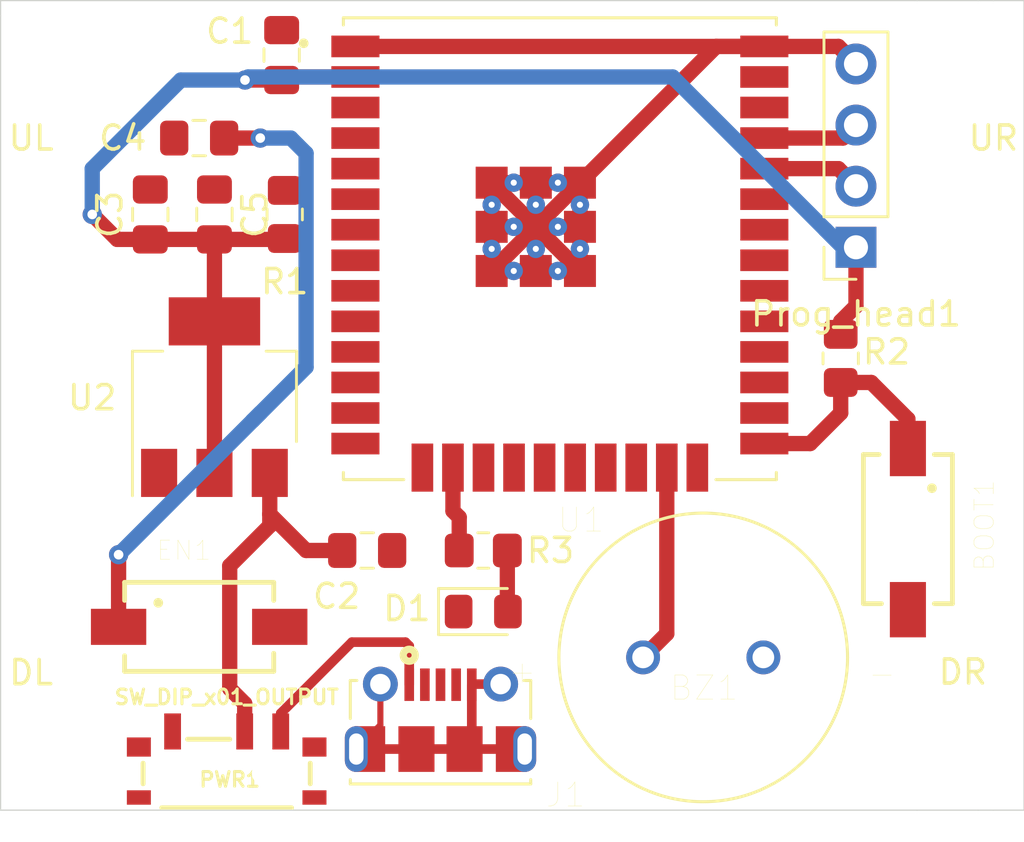
<source format=kicad_pcb>
(kicad_pcb (version 20171130) (host pcbnew "(5.1.9)-1")

  (general
    (thickness 1.6)
    (drawings 11)
    (tracks 92)
    (zones 0)
    (modules 21)
    (nets 42)
  )

  (page A4)
  (layers
    (0 F.Cu signal)
    (31 B.Cu signal)
    (32 B.Adhes user)
    (33 F.Adhes user)
    (34 B.Paste user)
    (35 F.Paste user)
    (36 B.SilkS user)
    (37 F.SilkS user)
    (38 B.Mask user)
    (39 F.Mask user)
    (40 Dwgs.User user)
    (41 Cmts.User user)
    (42 Eco1.User user)
    (43 Eco2.User user)
    (44 Edge.Cuts user)
    (45 Margin user)
    (46 B.CrtYd user)
    (47 F.CrtYd user)
    (48 B.Fab user)
    (49 F.Fab user hide)
  )

  (setup
    (last_trace_width 0.254)
    (user_trace_width 0.254)
    (user_trace_width 0.635)
    (user_trace_width 1.016)
    (trace_clearance 0.2)
    (zone_clearance 0.508)
    (zone_45_only no)
    (trace_min 0.1524)
    (via_size 0.8)
    (via_drill 0.4)
    (via_min_size 0.4)
    (via_min_drill 0.3)
    (uvia_size 0.3)
    (uvia_drill 0.1)
    (uvias_allowed no)
    (uvia_min_size 0.2)
    (uvia_min_drill 0.1)
    (edge_width 0.05)
    (segment_width 0.2)
    (pcb_text_width 0.3)
    (pcb_text_size 1.5 1.5)
    (mod_edge_width 0.12)
    (mod_text_size 1 1)
    (mod_text_width 0.15)
    (pad_size 1.524 1.524)
    (pad_drill 0.762)
    (pad_to_mask_clearance 0)
    (aux_axis_origin 0 0)
    (visible_elements 7FFFFFFF)
    (pcbplotparams
      (layerselection 0x010fc_ffffffff)
      (usegerberextensions false)
      (usegerberattributes true)
      (usegerberadvancedattributes true)
      (creategerberjobfile true)
      (excludeedgelayer true)
      (linewidth 0.100000)
      (plotframeref false)
      (viasonmask false)
      (mode 1)
      (useauxorigin false)
      (hpglpennumber 1)
      (hpglpenspeed 20)
      (hpglpendiameter 15.000000)
      (psnegative false)
      (psa4output false)
      (plotreference true)
      (plotvalue true)
      (plotinvisibletext false)
      (padsonsilk false)
      (subtractmaskfromsilk false)
      (outputformat 1)
      (mirror false)
      (drillshape 1)
      (scaleselection 1)
      (outputdirectory ""))
  )

  (net 0 "")
  (net 1 GND)
  (net 2 "Net-(BOOT1-Pad1)")
  (net 3 VDD33)
  (net 4 "Net-(C2-Pad1)")
  (net 5 "Net-(C4-Pad1)")
  (net 6 "Net-(U1-Pad17)")
  (net 7 "Net-(U1-Pad18)")
  (net 8 "Net-(U1-Pad19)")
  (net 9 "Net-(U1-Pad24)")
  (net 10 "Net-(U1-Pad22)")
  (net 11 "Net-(U1-Pad21)")
  (net 12 "Net-(U1-Pad20)")
  (net 13 "Net-(U1-Pad37)")
  (net 14 "Net-(U1-Pad36)")
  (net 15 "Net-(U1-Pad33)")
  (net 16 "Net-(U1-Pad31)")
  (net 17 "Net-(U1-Pad30)")
  (net 18 "Net-(U1-Pad29)")
  (net 19 "Net-(U1-Pad28)")
  (net 20 "Net-(U1-Pad27)")
  (net 21 "Net-(U1-Pad26)")
  (net 22 "Net-(U1-Pad4)")
  (net 23 "Net-(U1-Pad5)")
  (net 24 "Net-(U1-Pad6)")
  (net 25 "Net-(U1-Pad7)")
  (net 26 "Net-(U1-Pad8)")
  (net 27 "Net-(U1-Pad9)")
  (net 28 "Net-(U1-Pad10)")
  (net 29 "Net-(U1-Pad11)")
  (net 30 "Net-(U1-Pad12)")
  (net 31 "Net-(U1-Pad13)")
  (net 32 "Net-(BZ1-Pad1)")
  (net 33 "Net-(D1-Pad2)")
  (net 34 "Net-(R3-Pad2)")
  (net 35 "Net-(J1-Pad4)")
  (net 36 "Net-(J1-Pad3)")
  (net 37 "Net-(J1-Pad2)")
  (net 38 "Net-(J1-Pad1)")
  (net 39 "Net-(U1-Pad14)")
  (net 40 "Net-(Prog_head1-Pad3)")
  (net 41 "Net-(Prog_head1-Pad2)")

  (net_class Default "This is the default net class."
    (clearance 0.2)
    (trace_width 0.254)
    (via_dia 0.8)
    (via_drill 0.4)
    (uvia_dia 0.3)
    (uvia_drill 0.1)
    (diff_pair_width 0.254)
    (diff_pair_gap 0.25)
    (add_net GND)
    (add_net "Net-(BOOT1-Pad1)")
    (add_net "Net-(BZ1-Pad1)")
    (add_net "Net-(C2-Pad1)")
    (add_net "Net-(C4-Pad1)")
    (add_net "Net-(D1-Pad2)")
    (add_net "Net-(J1-Pad1)")
    (add_net "Net-(J1-Pad2)")
    (add_net "Net-(J1-Pad3)")
    (add_net "Net-(J1-Pad4)")
    (add_net "Net-(Prog_head1-Pad2)")
    (add_net "Net-(Prog_head1-Pad3)")
    (add_net "Net-(R3-Pad2)")
    (add_net "Net-(U1-Pad10)")
    (add_net "Net-(U1-Pad11)")
    (add_net "Net-(U1-Pad12)")
    (add_net "Net-(U1-Pad13)")
    (add_net "Net-(U1-Pad14)")
    (add_net "Net-(U1-Pad17)")
    (add_net "Net-(U1-Pad18)")
    (add_net "Net-(U1-Pad19)")
    (add_net "Net-(U1-Pad20)")
    (add_net "Net-(U1-Pad21)")
    (add_net "Net-(U1-Pad22)")
    (add_net "Net-(U1-Pad24)")
    (add_net "Net-(U1-Pad26)")
    (add_net "Net-(U1-Pad27)")
    (add_net "Net-(U1-Pad28)")
    (add_net "Net-(U1-Pad29)")
    (add_net "Net-(U1-Pad30)")
    (add_net "Net-(U1-Pad31)")
    (add_net "Net-(U1-Pad33)")
    (add_net "Net-(U1-Pad36)")
    (add_net "Net-(U1-Pad37)")
    (add_net "Net-(U1-Pad4)")
    (add_net "Net-(U1-Pad5)")
    (add_net "Net-(U1-Pad6)")
    (add_net "Net-(U1-Pad7)")
    (add_net "Net-(U1-Pad8)")
    (add_net "Net-(U1-Pad9)")
    (add_net VDD33)
  )

  (module Connector_PinSocket_2.54mm:PinSocket_1x04_P2.54mm_Vertical (layer F.Cu) (tedit 5A19A429) (tstamp 6045CF7E)
    (at 152.4 115.03 180)
    (descr "Through hole straight socket strip, 1x04, 2.54mm pitch, single row (from Kicad 4.0.7), script generated")
    (tags "Through hole socket strip THT 1x04 2.54mm single row")
    (path /60440B4B)
    (fp_text reference Prog_head1 (at 0 -2.77) (layer F.SilkS)
      (effects (font (size 1 1) (thickness 0.15)))
    )
    (fp_text value Conn_01x04 (at 0 10.39) (layer F.Fab)
      (effects (font (size 1 1) (thickness 0.15)))
    )
    (fp_line (start -1.27 -1.27) (end 0.635 -1.27) (layer F.Fab) (width 0.1))
    (fp_line (start 0.635 -1.27) (end 1.27 -0.635) (layer F.Fab) (width 0.1))
    (fp_line (start 1.27 -0.635) (end 1.27 8.89) (layer F.Fab) (width 0.1))
    (fp_line (start 1.27 8.89) (end -1.27 8.89) (layer F.Fab) (width 0.1))
    (fp_line (start -1.27 8.89) (end -1.27 -1.27) (layer F.Fab) (width 0.1))
    (fp_line (start -1.33 1.27) (end 1.33 1.27) (layer F.SilkS) (width 0.12))
    (fp_line (start -1.33 1.27) (end -1.33 8.95) (layer F.SilkS) (width 0.12))
    (fp_line (start -1.33 8.95) (end 1.33 8.95) (layer F.SilkS) (width 0.12))
    (fp_line (start 1.33 1.27) (end 1.33 8.95) (layer F.SilkS) (width 0.12))
    (fp_line (start 1.33 -1.33) (end 1.33 0) (layer F.SilkS) (width 0.12))
    (fp_line (start 0 -1.33) (end 1.33 -1.33) (layer F.SilkS) (width 0.12))
    (fp_line (start -1.8 -1.8) (end 1.75 -1.8) (layer F.CrtYd) (width 0.05))
    (fp_line (start 1.75 -1.8) (end 1.75 9.4) (layer F.CrtYd) (width 0.05))
    (fp_line (start 1.75 9.4) (end -1.8 9.4) (layer F.CrtYd) (width 0.05))
    (fp_line (start -1.8 9.4) (end -1.8 -1.8) (layer F.CrtYd) (width 0.05))
    (fp_text user %R (at 0 3.81 90) (layer F.Fab)
      (effects (font (size 1 1) (thickness 0.15)))
    )
    (pad 4 thru_hole oval (at 0 7.62 180) (size 1.7 1.7) (drill 1) (layers *.Cu *.Mask)
      (net 1 GND))
    (pad 3 thru_hole oval (at 0 5.08 180) (size 1.7 1.7) (drill 1) (layers *.Cu *.Mask)
      (net 40 "Net-(Prog_head1-Pad3)"))
    (pad 2 thru_hole oval (at 0 2.54 180) (size 1.7 1.7) (drill 1) (layers *.Cu *.Mask)
      (net 41 "Net-(Prog_head1-Pad2)"))
    (pad 1 thru_hole rect (at 0 0 180) (size 1.7 1.7) (drill 1) (layers *.Cu *.Mask)
      (net 3 VDD33))
    (model ${KISYS3DMOD}/Connector_PinSocket_2.54mm.3dshapes/PinSocket_1x04_P2.54mm_Vertical.wrl
      (at (xyz 0 0 0))
      (scale (xyz 1 1 1))
      (rotate (xyz 0 0 0))
    )
  )

  (module Capacitor_SMD:C_0805_2012Metric_Pad1.18x1.45mm_HandSolder (layer F.Cu) (tedit 5F68FEEF) (tstamp 605A3854)
    (at 125.73 113.665 270)
    (descr "Capacitor SMD 0805 (2012 Metric), square (rectangular) end terminal, IPC_7351 nominal with elongated pad for handsoldering. (Body size source: IPC-SM-782 page 76, https://www.pcb-3d.com/wordpress/wp-content/uploads/ipc-sm-782a_amendment_1_and_2.pdf, https://docs.google.com/spreadsheets/d/1BsfQQcO9C6DZCsRaXUlFlo91Tg2WpOkGARC1WS5S8t0/edit?usp=sharing), generated with kicad-footprint-generator")
    (tags "capacitor handsolder")
    (path /605AC645)
    (attr smd)
    (fp_text reference C5 (at 0 -1.68 90) (layer F.SilkS)
      (effects (font (size 1 1) (thickness 0.15)))
    )
    (fp_text value 100n (at 0 1.68 90) (layer F.Fab)
      (effects (font (size 1 1) (thickness 0.15)))
    )
    (fp_line (start 1.88 0.98) (end -1.88 0.98) (layer F.CrtYd) (width 0.05))
    (fp_line (start 1.88 -0.98) (end 1.88 0.98) (layer F.CrtYd) (width 0.05))
    (fp_line (start -1.88 -0.98) (end 1.88 -0.98) (layer F.CrtYd) (width 0.05))
    (fp_line (start -1.88 0.98) (end -1.88 -0.98) (layer F.CrtYd) (width 0.05))
    (fp_line (start -0.261252 0.735) (end 0.261252 0.735) (layer F.SilkS) (width 0.12))
    (fp_line (start -0.261252 -0.735) (end 0.261252 -0.735) (layer F.SilkS) (width 0.12))
    (fp_line (start 1 0.625) (end -1 0.625) (layer F.Fab) (width 0.1))
    (fp_line (start 1 -0.625) (end 1 0.625) (layer F.Fab) (width 0.1))
    (fp_line (start -1 -0.625) (end 1 -0.625) (layer F.Fab) (width 0.1))
    (fp_line (start -1 0.625) (end -1 -0.625) (layer F.Fab) (width 0.1))
    (fp_text user %R (at 0 0 90) (layer F.Fab)
      (effects (font (size 0.5 0.5) (thickness 0.08)))
    )
    (pad 2 smd roundrect (at 1.0375 0 270) (size 1.175 1.45) (layers F.Cu F.Paste F.Mask) (roundrect_rratio 0.212766)
      (net 3 VDD33))
    (pad 1 smd roundrect (at -1.0375 0 270) (size 1.175 1.45) (layers F.Cu F.Paste F.Mask) (roundrect_rratio 0.212766)
      (net 1 GND))
    (model ${KISYS3DMOD}/Capacitor_SMD.3dshapes/C_0805_2012Metric.wrl
      (at (xyz 0 0 0))
      (scale (xyz 1 1 1))
      (rotate (xyz 0 0 0))
    )
  )

  (module Capacitor_SMD:C_0805_2012Metric_Pad1.18x1.45mm_HandSolder (layer F.Cu) (tedit 5F68FEEF) (tstamp 605A321D)
    (at 123.063 113.665 90)
    (descr "Capacitor SMD 0805 (2012 Metric), square (rectangular) end terminal, IPC_7351 nominal with elongated pad for handsoldering. (Body size source: IPC-SM-782 page 76, https://www.pcb-3d.com/wordpress/wp-content/uploads/ipc-sm-782a_amendment_1_and_2.pdf, https://docs.google.com/spreadsheets/d/1BsfQQcO9C6DZCsRaXUlFlo91Tg2WpOkGARC1WS5S8t0/edit?usp=sharing), generated with kicad-footprint-generator")
    (tags "capacitor handsolder")
    (path /605A726B)
    (attr smd)
    (fp_text reference C3 (at 0 -1.68 90) (layer F.SilkS)
      (effects (font (size 1 1) (thickness 0.15)))
    )
    (fp_text value 10uF (at 0 1.68 90) (layer F.Fab)
      (effects (font (size 1 1) (thickness 0.15)))
    )
    (fp_line (start 1.88 0.98) (end -1.88 0.98) (layer F.CrtYd) (width 0.05))
    (fp_line (start 1.88 -0.98) (end 1.88 0.98) (layer F.CrtYd) (width 0.05))
    (fp_line (start -1.88 -0.98) (end 1.88 -0.98) (layer F.CrtYd) (width 0.05))
    (fp_line (start -1.88 0.98) (end -1.88 -0.98) (layer F.CrtYd) (width 0.05))
    (fp_line (start -0.261252 0.735) (end 0.261252 0.735) (layer F.SilkS) (width 0.12))
    (fp_line (start -0.261252 -0.735) (end 0.261252 -0.735) (layer F.SilkS) (width 0.12))
    (fp_line (start 1 0.625) (end -1 0.625) (layer F.Fab) (width 0.1))
    (fp_line (start 1 -0.625) (end 1 0.625) (layer F.Fab) (width 0.1))
    (fp_line (start -1 -0.625) (end 1 -0.625) (layer F.Fab) (width 0.1))
    (fp_line (start -1 0.625) (end -1 -0.625) (layer F.Fab) (width 0.1))
    (fp_text user %R (at 0 0 90) (layer F.Fab)
      (effects (font (size 0.5 0.5) (thickness 0.08)))
    )
    (pad 2 smd roundrect (at 1.0375 0 90) (size 1.175 1.45) (layers F.Cu F.Paste F.Mask) (roundrect_rratio 0.212766)
      (net 1 GND))
    (pad 1 smd roundrect (at -1.0375 0 90) (size 1.175 1.45) (layers F.Cu F.Paste F.Mask) (roundrect_rratio 0.212766)
      (net 3 VDD33))
    (model ${KISYS3DMOD}/Capacitor_SMD.3dshapes/C_0805_2012Metric.wrl
      (at (xyz 0 0 0))
      (scale (xyz 1 1 1))
      (rotate (xyz 0 0 0))
    )
  )

  (module sparkfun:SWITCH_SPST_SMD_A (layer F.Cu) (tedit 200000) (tstamp 6051B57D)
    (at 126.238 136.906 180)
    (descr "SPDT SLIDE SWITCH - SMD")
    (tags "SPDT SLIDE SWITCH - SMD")
    (path /6044F04F)
    (attr smd)
    (fp_text reference PWR1 (at -0.127 -0.254 180) (layer F.SilkS)
      (effects (font (size 0.6096 0.6096) (thickness 0.127)))
    )
    (fp_text value SW_DIP_x01_OUTPUT (at 0 3.175 180) (layer F.SilkS)
      (effects (font (size 0.6096 0.6096) (thickness 0.127)))
    )
    (fp_line (start 1.6256 1.42494) (end -0.127 1.42494) (layer F.SilkS) (width 0.2032))
    (fp_line (start 2.69748 -1.42494) (end -2.69748 -1.42494) (layer F.SilkS) (width 0.2032))
    (fp_line (start 3.47472 -0.42672) (end 3.47472 0.42672) (layer F.SilkS) (width 0.2032))
    (fp_line (start -3.47472 -0.42672) (end -3.47472 0.42672) (layer F.SilkS) (width 0.2032))
    (fp_line (start -1.39954 -2.79908) (end -1.39954 -1.29794) (layer Dwgs.User) (width 0.127))
    (fp_line (start -0.09906 -2.79908) (end -1.39954 -2.79908) (layer Dwgs.User) (width 0.127))
    (fp_line (start -0.09906 -1.29794) (end -0.09906 -2.79908) (layer Dwgs.User) (width 0.127))
    (fp_line (start -1.39954 -1.29794) (end -3.34772 -1.29794) (layer Dwgs.User) (width 0.127))
    (fp_line (start -0.09906 -1.29794) (end -1.39954 -1.29794) (layer Dwgs.User) (width 0.127))
    (fp_line (start 3.34772 -1.29794) (end -0.09906 -1.29794) (layer Dwgs.User) (width 0.127))
    (fp_line (start 3.34772 1.29794) (end 3.34772 -1.29794) (layer Dwgs.User) (width 0.127))
    (fp_line (start -3.34772 1.29794) (end 3.34772 1.29794) (layer Dwgs.User) (width 0.127))
    (fp_line (start -3.34772 -1.29794) (end -3.34772 1.29794) (layer Dwgs.User) (width 0.127))
    (pad "" np_thru_hole circle (at 1.4986 0 180) (size 0.89916 0.89916) (drill 0.89916) (layers *.Cu *.Mask)
      (solder_mask_margin 0.1016))
    (pad "" np_thru_hole circle (at -1.4986 0 180) (size 0.89916 0.89916) (drill 0.89916) (layers *.Cu *.Mask)
      (solder_mask_margin 0.1016))
    (pad GND4 smd rect (at 3.64998 1.09982 180) (size 0.99822 0.79756) (layers F.Cu F.Paste F.Mask)
      (solder_mask_margin 0.1016))
    (pad GND3 smd rect (at 3.64998 -0.99822 180) (size 0.99822 0.59944) (layers F.Cu F.Paste F.Mask)
      (solder_mask_margin 0.1016))
    (pad GND2 smd rect (at -3.64998 1.09982 180) (size 0.99822 0.79756) (layers F.Cu F.Paste F.Mask)
      (solder_mask_margin 0.1016))
    (pad GND1 smd rect (at -3.64998 -0.99822 180) (size 0.99822 0.59944) (layers F.Cu F.Paste F.Mask)
      (solder_mask_margin 0.1016))
    (pad 3 smd rect (at 2.2479 1.74752) (size 0.6985 1.4986) (layers F.Cu F.Paste F.Mask)
      (solder_mask_margin 0.1016))
    (pad 2 smd rect (at -0.7493 1.74752) (size 0.6985 1.4986) (layers F.Cu F.Paste F.Mask)
      (net 4 "Net-(C2-Pad1)") (solder_mask_margin 0.1016))
    (pad 1 smd rect (at -2.2479 1.74752) (size 0.6985 1.4986) (layers F.Cu F.Paste F.Mask)
      (net 38 "Net-(J1-Pad1)") (solder_mask_margin 0.1016))
  )

  (module 105017-1001:MOLEX_105017-1001 (layer F.Cu) (tedit 6057A47A) (tstamp 60585457)
    (at 135.128 135.89)
    (path /6058A93D)
    (fp_text reference J1 (at 5.207 1.905) (layer F.SilkS)
      (effects (font (size 1.000913 1.000913) (thickness 0.015)))
    )
    (fp_text value 105017-1001 (at 6.55666 3.12053) (layer F.Fab)
      (effects (font (size 1.00178 1.00178) (thickness 0.015)))
    )
    (fp_poly (pts (xy 3.5 -1.05) (xy 2.2 -1.05) (xy 2.2 1.05) (xy 3.5 1.05)
      (xy 3.530093 1.049212) (xy 3.560104 1.04685) (xy 3.58995 1.042921) (xy 3.619549 1.037435)
      (xy 3.648821 1.030407) (xy 3.677685 1.021857) (xy 3.706062 1.011809) (xy 3.733874 1.000289)
      (xy 3.761045 0.987329) (xy 3.7875 0.972965) (xy 3.813167 0.957236) (xy 3.837977 0.940185)
      (xy 3.861859 0.921859) (xy 3.88475 0.902308) (xy 3.906586 0.881586) (xy 3.927308 0.85975)
      (xy 3.946859 0.836859) (xy 3.965185 0.812977) (xy 3.982236 0.788167) (xy 3.997965 0.7625)
      (xy 4.012329 0.736045) (xy 4.025289 0.708874) (xy 4.036809 0.681062) (xy 4.046857 0.652685)
      (xy 4.055407 0.623821) (xy 4.062435 0.594549) (xy 4.067921 0.56495) (xy 4.07185 0.535104)
      (xy 4.074212 0.505093) (xy 4.075 0.475) (xy 4.075 -0.475) (xy 4.074212 -0.505093)
      (xy 4.07185 -0.535104) (xy 4.067921 -0.56495) (xy 4.062435 -0.594549) (xy 4.055407 -0.623821)
      (xy 4.046857 -0.652685) (xy 4.036809 -0.681062) (xy 4.025289 -0.708874) (xy 4.012329 -0.736045)
      (xy 3.997965 -0.7625) (xy 3.982236 -0.788167) (xy 3.965185 -0.812977) (xy 3.946859 -0.836859)
      (xy 3.927308 -0.85975) (xy 3.906586 -0.881586) (xy 3.88475 -0.902308) (xy 3.861859 -0.921859)
      (xy 3.837977 -0.940185) (xy 3.813167 -0.957236) (xy 3.7875 -0.972965) (xy 3.761045 -0.987329)
      (xy 3.733874 -1.000289) (xy 3.706062 -1.011809) (xy 3.677685 -1.021857) (xy 3.648821 -1.030407)
      (xy 3.619549 -1.037435) (xy 3.58995 -1.042921) (xy 3.560104 -1.04685) (xy 3.530093 -1.049212)
      (xy 3.5 -1.05)) (layer F.Mask) (width 0.0001))
    (fp_poly (pts (xy -3.5 -1.05) (xy -2.2 -1.05) (xy -2.2 1.05) (xy -3.5 1.05)
      (xy -3.530093 1.049212) (xy -3.560104 1.04685) (xy -3.58995 1.042921) (xy -3.619549 1.037435)
      (xy -3.648821 1.030407) (xy -3.677685 1.021857) (xy -3.706062 1.011809) (xy -3.733874 1.000289)
      (xy -3.761045 0.987329) (xy -3.7875 0.972965) (xy -3.813167 0.957236) (xy -3.837977 0.940185)
      (xy -3.861859 0.921859) (xy -3.88475 0.902308) (xy -3.906586 0.881586) (xy -3.927308 0.85975)
      (xy -3.946859 0.836859) (xy -3.965185 0.812977) (xy -3.982236 0.788167) (xy -3.997965 0.7625)
      (xy -4.012329 0.736045) (xy -4.025289 0.708874) (xy -4.036809 0.681062) (xy -4.046857 0.652685)
      (xy -4.055407 0.623821) (xy -4.062435 0.594549) (xy -4.067921 0.56495) (xy -4.07185 0.535104)
      (xy -4.074212 0.505093) (xy -4.075 0.475) (xy -4.075 -0.475) (xy -4.074212 -0.505093)
      (xy -4.07185 -0.535104) (xy -4.067921 -0.56495) (xy -4.062435 -0.594549) (xy -4.055407 -0.623821)
      (xy -4.046857 -0.652685) (xy -4.036809 -0.681062) (xy -4.025289 -0.708874) (xy -4.012329 -0.736045)
      (xy -3.997965 -0.7625) (xy -3.982236 -0.788167) (xy -3.965185 -0.812977) (xy -3.946859 -0.836859)
      (xy -3.927308 -0.85975) (xy -3.906586 -0.881586) (xy -3.88475 -0.902308) (xy -3.861859 -0.921859)
      (xy -3.837977 -0.940185) (xy -3.813167 -0.957236) (xy -3.7875 -0.972965) (xy -3.761045 -0.987329)
      (xy -3.733874 -1.000289) (xy -3.706062 -1.011809) (xy -3.677685 -1.021857) (xy -3.648821 -1.030407)
      (xy -3.619549 -1.037435) (xy -3.58995 -1.042921) (xy -3.560104 -1.04685) (xy -3.530093 -1.049212)
      (xy -3.5 -1.05)) (layer F.Mask) (width 0.0001))
    (fp_line (start 3.75 1.45) (end 3.75 1.27) (layer F.SilkS) (width 0.127))
    (fp_line (start -3.75 1.45) (end 3.75 1.45) (layer F.SilkS) (width 0.127))
    (fp_line (start -3.75 1.27) (end -3.75 1.45) (layer F.SilkS) (width 0.127))
    (fp_circle (center -1.3 -3.9) (end -1.2 -3.9) (layer F.SilkS) (width 0.3))
    (fp_circle (center -1.3 -3.9) (end -1.2 -3.9) (layer F.Fab) (width 0.3))
    (fp_poly (pts (xy 3.5 -0.95) (xy 2.3 -0.95) (xy 2.3 0.95) (xy 3.5 0.95)
      (xy 3.52486 0.949349) (xy 3.549651 0.947398) (xy 3.574306 0.944152) (xy 3.598758 0.93962)
      (xy 3.622939 0.933815) (xy 3.646783 0.926752) (xy 3.670225 0.918451) (xy 3.6932 0.908934)
      (xy 3.715645 0.898228) (xy 3.7375 0.886362) (xy 3.758704 0.873369) (xy 3.779198 0.859283)
      (xy 3.798927 0.844144) (xy 3.817837 0.827994) (xy 3.835876 0.810876) (xy 3.852994 0.792837)
      (xy 3.869144 0.773927) (xy 3.884283 0.754198) (xy 3.898369 0.733704) (xy 3.911362 0.7125)
      (xy 3.923228 0.690645) (xy 3.933934 0.6682) (xy 3.943451 0.645225) (xy 3.951752 0.621783)
      (xy 3.958815 0.597939) (xy 3.96462 0.573758) (xy 3.969152 0.549306) (xy 3.972398 0.524651)
      (xy 3.974349 0.49986) (xy 3.975 0.475) (xy 3.975 -0.475) (xy 3.974349 -0.49986)
      (xy 3.972398 -0.524651) (xy 3.969152 -0.549306) (xy 3.96462 -0.573758) (xy 3.958815 -0.597939)
      (xy 3.951752 -0.621783) (xy 3.943451 -0.645225) (xy 3.933934 -0.6682) (xy 3.923228 -0.690645)
      (xy 3.911362 -0.7125) (xy 3.898369 -0.733704) (xy 3.884283 -0.754198) (xy 3.869144 -0.773927)
      (xy 3.852994 -0.792837) (xy 3.835876 -0.810876) (xy 3.817837 -0.827994) (xy 3.798927 -0.844144)
      (xy 3.779198 -0.859283) (xy 3.758704 -0.873369) (xy 3.7375 -0.886362) (xy 3.715645 -0.898228)
      (xy 3.6932 -0.908934) (xy 3.670225 -0.918451) (xy 3.646783 -0.926752) (xy 3.622939 -0.933815)
      (xy 3.598758 -0.93962) (xy 3.574306 -0.944152) (xy 3.549651 -0.947398) (xy 3.52486 -0.949349)
      (xy 3.5 -0.95)) (layer F.Paste) (width 0.0001))
    (fp_poly (pts (xy 3.5 -0.95) (xy 2.3 -0.95) (xy 2.3 0.95) (xy 3.5 0.95)
      (xy 3.52486 0.949349) (xy 3.549651 0.947398) (xy 3.574306 0.944152) (xy 3.598758 0.93962)
      (xy 3.622939 0.933815) (xy 3.646783 0.926752) (xy 3.670225 0.918451) (xy 3.6932 0.908934)
      (xy 3.715645 0.898228) (xy 3.7375 0.886362) (xy 3.758704 0.873369) (xy 3.779198 0.859283)
      (xy 3.798927 0.844144) (xy 3.817837 0.827994) (xy 3.835876 0.810876) (xy 3.852994 0.792837)
      (xy 3.869144 0.773927) (xy 3.884283 0.754198) (xy 3.898369 0.733704) (xy 3.911362 0.7125)
      (xy 3.923228 0.690645) (xy 3.933934 0.6682) (xy 3.943451 0.645225) (xy 3.951752 0.621783)
      (xy 3.958815 0.597939) (xy 3.96462 0.573758) (xy 3.969152 0.549306) (xy 3.972398 0.524651)
      (xy 3.974349 0.49986) (xy 3.975 0.475) (xy 3.975 -0.475) (xy 3.974349 -0.49986)
      (xy 3.972398 -0.524651) (xy 3.969152 -0.549306) (xy 3.96462 -0.573758) (xy 3.958815 -0.597939)
      (xy 3.951752 -0.621783) (xy 3.943451 -0.645225) (xy 3.933934 -0.6682) (xy 3.923228 -0.690645)
      (xy 3.911362 -0.7125) (xy 3.898369 -0.733704) (xy 3.884283 -0.754198) (xy 3.869144 -0.773927)
      (xy 3.852994 -0.792837) (xy 3.835876 -0.810876) (xy 3.817837 -0.827994) (xy 3.798927 -0.844144)
      (xy 3.779198 -0.859283) (xy 3.758704 -0.873369) (xy 3.7375 -0.886362) (xy 3.715645 -0.898228)
      (xy 3.6932 -0.908934) (xy 3.670225 -0.918451) (xy 3.646783 -0.926752) (xy 3.622939 -0.933815)
      (xy 3.598758 -0.93962) (xy 3.574306 -0.944152) (xy 3.549651 -0.947398) (xy 3.52486 -0.949349)
      (xy 3.5 -0.95)) (layer F.Cu) (width 0.0001))
    (fp_poly (pts (xy -3.5 -0.95) (xy -2.3 -0.95) (xy -2.3 0.95) (xy -3.5 0.95)
      (xy -3.52486 0.949349) (xy -3.549651 0.947398) (xy -3.574306 0.944152) (xy -3.598758 0.93962)
      (xy -3.622939 0.933815) (xy -3.646783 0.926752) (xy -3.670225 0.918451) (xy -3.6932 0.908934)
      (xy -3.715645 0.898228) (xy -3.7375 0.886362) (xy -3.758704 0.873369) (xy -3.779198 0.859283)
      (xy -3.798927 0.844144) (xy -3.817837 0.827994) (xy -3.835876 0.810876) (xy -3.852994 0.792837)
      (xy -3.869144 0.773927) (xy -3.884283 0.754198) (xy -3.898369 0.733704) (xy -3.911362 0.7125)
      (xy -3.923228 0.690645) (xy -3.933934 0.6682) (xy -3.943451 0.645225) (xy -3.951752 0.621783)
      (xy -3.958815 0.597939) (xy -3.96462 0.573758) (xy -3.969152 0.549306) (xy -3.972398 0.524651)
      (xy -3.974349 0.49986) (xy -3.975 0.475) (xy -3.975 -0.475) (xy -3.974349 -0.49986)
      (xy -3.972398 -0.524651) (xy -3.969152 -0.549306) (xy -3.96462 -0.573758) (xy -3.958815 -0.597939)
      (xy -3.951752 -0.621783) (xy -3.943451 -0.645225) (xy -3.933934 -0.6682) (xy -3.923228 -0.690645)
      (xy -3.911362 -0.7125) (xy -3.898369 -0.733704) (xy -3.884283 -0.754198) (xy -3.869144 -0.773927)
      (xy -3.852994 -0.792837) (xy -3.835876 -0.810876) (xy -3.817837 -0.827994) (xy -3.798927 -0.844144)
      (xy -3.779198 -0.859283) (xy -3.758704 -0.873369) (xy -3.7375 -0.886362) (xy -3.715645 -0.898228)
      (xy -3.6932 -0.908934) (xy -3.670225 -0.918451) (xy -3.646783 -0.926752) (xy -3.622939 -0.933815)
      (xy -3.598758 -0.93962) (xy -3.574306 -0.944152) (xy -3.549651 -0.947398) (xy -3.52486 -0.949349)
      (xy -3.5 -0.95)) (layer F.Paste) (width 0.0001))
    (fp_poly (pts (xy -3.5 -0.95) (xy -2.3 -0.95) (xy -2.3 0.95) (xy -3.5 0.95)
      (xy -3.52486 0.949349) (xy -3.549651 0.947398) (xy -3.574306 0.944152) (xy -3.598758 0.93962)
      (xy -3.622939 0.933815) (xy -3.646783 0.926752) (xy -3.670225 0.918451) (xy -3.6932 0.908934)
      (xy -3.715645 0.898228) (xy -3.7375 0.886362) (xy -3.758704 0.873369) (xy -3.779198 0.859283)
      (xy -3.798927 0.844144) (xy -3.817837 0.827994) (xy -3.835876 0.810876) (xy -3.852994 0.792837)
      (xy -3.869144 0.773927) (xy -3.884283 0.754198) (xy -3.898369 0.733704) (xy -3.911362 0.7125)
      (xy -3.923228 0.690645) (xy -3.933934 0.6682) (xy -3.943451 0.645225) (xy -3.951752 0.621783)
      (xy -3.958815 0.597939) (xy -3.96462 0.573758) (xy -3.969152 0.549306) (xy -3.972398 0.524651)
      (xy -3.974349 0.49986) (xy -3.975 0.475) (xy -3.975 -0.475) (xy -3.974349 -0.49986)
      (xy -3.972398 -0.524651) (xy -3.969152 -0.549306) (xy -3.96462 -0.573758) (xy -3.958815 -0.597939)
      (xy -3.951752 -0.621783) (xy -3.943451 -0.645225) (xy -3.933934 -0.6682) (xy -3.923228 -0.690645)
      (xy -3.911362 -0.7125) (xy -3.898369 -0.733704) (xy -3.884283 -0.754198) (xy -3.869144 -0.773927)
      (xy -3.852994 -0.792837) (xy -3.835876 -0.810876) (xy -3.817837 -0.827994) (xy -3.798927 -0.844144)
      (xy -3.779198 -0.859283) (xy -3.758704 -0.873369) (xy -3.7375 -0.886362) (xy -3.715645 -0.898228)
      (xy -3.6932 -0.908934) (xy -3.670225 -0.918451) (xy -3.646783 -0.926752) (xy -3.622939 -0.933815)
      (xy -3.598758 -0.93962) (xy -3.574306 -0.944152) (xy -3.549651 -0.947398) (xy -3.52486 -0.949349)
      (xy -3.5 -0.95)) (layer F.Cu) (width 0.0001))
    (fp_line (start 4.225 -3.675) (end -4.225 -3.675) (layer F.CrtYd) (width 0.05))
    (fp_line (start 4.225 2.4) (end 4.225 -3.675) (layer F.CrtYd) (width 0.05))
    (fp_line (start -4.225 2.4) (end 4.225 2.4) (layer F.CrtYd) (width 0.05))
    (fp_line (start -4.225 -3.675) (end -4.225 2.4) (layer F.CrtYd) (width 0.05))
    (fp_line (start 3.75 -2.85) (end 3.479 -2.85) (layer F.SilkS) (width 0.127))
    (fp_line (start 3.75 -1.27) (end 3.75 -2.85) (layer F.SilkS) (width 0.127))
    (fp_line (start -3.75 -2.85) (end -3.479 -2.85) (layer F.SilkS) (width 0.127))
    (fp_line (start -3.75 -1.27) (end -3.75 -2.85) (layer F.SilkS) (width 0.127))
    (fp_line (start -3.75 1.45) (end 8.55 1.45) (layer F.Fab) (width 0.127))
    (fp_line (start -3.75 1.45) (end -3.75 -2.85) (layer F.Fab) (width 0.127))
    (fp_line (start -3.75 2.15) (end -3.75 1.45) (layer F.Fab) (width 0.127))
    (fp_line (start 3.75 2.15) (end -3.75 2.15) (layer F.Fab) (width 0.127))
    (fp_line (start 3.75 -2.85) (end 3.75 2.15) (layer F.Fab) (width 0.127))
    (fp_line (start -3.75 -2.85) (end 3.75 -2.85) (layer F.Fab) (width 0.127))
    (fp_text user PCB~EDGE (at 4.25346 2.25183) (layer F.Fab)
      (effects (font (size 0.472824 0.472824) (thickness 0.015)))
    )
    (pad 5 smd rect (at 1.3 -2.675) (size 0.4 1.35) (layers F.Cu F.Paste F.Mask)
      (net 1 GND))
    (pad 4 smd rect (at 0.65 -2.675) (size 0.4 1.35) (layers F.Cu F.Paste F.Mask)
      (net 35 "Net-(J1-Pad4)"))
    (pad 3 smd rect (at 0 -2.675) (size 0.4 1.35) (layers F.Cu F.Paste F.Mask)
      (net 36 "Net-(J1-Pad3)"))
    (pad 2 smd rect (at -0.65 -2.675) (size 0.4 1.35) (layers F.Cu F.Paste F.Mask)
      (net 37 "Net-(J1-Pad2)"))
    (pad 1 smd rect (at -1.3 -2.675) (size 0.4 1.35) (layers F.Cu F.Paste F.Mask)
      (net 38 "Net-(J1-Pad1)"))
    (pad S4 thru_hole circle (at 2.5 -2.7) (size 1.45 1.45) (drill 0.85) (layers *.Cu *.Mask)
      (net 1 GND))
    (pad S3 thru_hole circle (at -2.5 -2.7) (size 1.45 1.45) (drill 0.85) (layers *.Cu *.Mask)
      (net 1 GND))
    (pad S6 smd rect (at 1 0) (size 1.5 1.9) (layers F.Cu F.Paste F.Mask)
      (net 1 GND))
    (pad S5 smd rect (at -1 0) (size 1.5 1.9) (layers F.Cu F.Paste F.Mask)
      (net 1 GND))
    (pad S2 thru_hole oval (at 3.5 0) (size 0.95 1.9) (drill oval 0.6 1.3) (layers *.Cu)
      (net 1 GND))
    (pad S1 thru_hole oval (at -3.5 0) (size 0.95 1.9) (drill oval 0.6 1.3) (layers *.Cu)
      (net 1 GND))
  )

  (module 434111043826:434111043826 (layer F.Cu) (tedit 605798B9) (tstamp 6051B337)
    (at 125.095 130.81)
    (descr "<B>WS-TASV</B><BR>6x3.5 mm SMD Tact Switch, 2 pins")
    (path /6044544A)
    (fp_text reference EN1 (at -0.635 -3.175) (layer F.SilkS)
      (effects (font (size 0.8 0.8) (thickness 0.015)))
    )
    (fp_text value SW_DIP_x01 (at 3.0404 2.769) (layer F.Fab)
      (effects (font (size 0.8 0.8) (thickness 0.015)))
    )
    (fp_circle (center -1.7 -1) (end -1.6 -1) (layer F.SilkS) (width 0.2))
    (fp_poly (pts (xy -4.7 -2.05) (xy 4.7 -2.05) (xy 4.7 2.05) (xy -4.7 2.05)) (layer F.CrtYd) (width 0.1))
    (fp_line (start 3.1 1.85) (end 3.1 1.1) (layer F.SilkS) (width 0.2))
    (fp_line (start -3.1 1.85) (end 3.1 1.85) (layer F.SilkS) (width 0.2))
    (fp_line (start -3.1 1.2) (end -3.1 1.85) (layer F.SilkS) (width 0.2))
    (fp_line (start 3.1 -1.85) (end 3.1 -1.1) (layer F.SilkS) (width 0.2))
    (fp_line (start -3.1 -1.85) (end 3.1 -1.85) (layer F.SilkS) (width 0.2))
    (fp_line (start -3.1 -1.1) (end -3.1 -1.85) (layer F.SilkS) (width 0.2))
    (fp_line (start -3 -1.75) (end -3 1.75) (layer F.Fab) (width 0.1))
    (fp_line (start 3 -1.75) (end -3 -1.75) (layer F.Fab) (width 0.1))
    (fp_line (start 3 1.75) (end 3 -1.75) (layer F.Fab) (width 0.1))
    (fp_line (start -3 1.75) (end 3 1.75) (layer F.Fab) (width 0.1))
    (pad 2 smd rect (at 3.35 0) (size 2.3 1.5) (layers F.Cu F.Paste F.Mask)
      (net 1 GND))
    (pad 1 smd rect (at -3.35 0) (size 2.3 1.5) (layers F.Cu F.Paste F.Mask)
      (net 5 "Net-(C4-Pad1)"))
  )

  (module 434111043826:434111043826 (layer F.Cu) (tedit 605798B9) (tstamp 6058C6A0)
    (at 154.559 126.746 270)
    (descr "<B>WS-TASV</B><BR>6x3.5 mm SMD Tact Switch, 2 pins")
    (path /60452495)
    (fp_text reference BOOT1 (at -0.1556 -3.1769 90) (layer F.SilkS)
      (effects (font (size 0.8 0.8) (thickness 0.015)))
    )
    (fp_text value SW_DIP_x01 (at 3.0404 2.769 90) (layer F.Fab)
      (effects (font (size 0.8 0.8) (thickness 0.015)))
    )
    (fp_line (start -3 1.75) (end 3 1.75) (layer F.Fab) (width 0.1))
    (fp_line (start 3 1.75) (end 3 -1.75) (layer F.Fab) (width 0.1))
    (fp_line (start 3 -1.75) (end -3 -1.75) (layer F.Fab) (width 0.1))
    (fp_line (start -3 -1.75) (end -3 1.75) (layer F.Fab) (width 0.1))
    (fp_line (start -3.1 -1.1) (end -3.1 -1.85) (layer F.SilkS) (width 0.2))
    (fp_line (start -3.1 -1.85) (end 3.1 -1.85) (layer F.SilkS) (width 0.2))
    (fp_line (start 3.1 -1.85) (end 3.1 -1.1) (layer F.SilkS) (width 0.2))
    (fp_line (start -3.1 1.2) (end -3.1 1.85) (layer F.SilkS) (width 0.2))
    (fp_line (start -3.1 1.85) (end 3.1 1.85) (layer F.SilkS) (width 0.2))
    (fp_line (start 3.1 1.85) (end 3.1 1.1) (layer F.SilkS) (width 0.2))
    (fp_poly (pts (xy -4.7 -2.05) (xy 4.7 -2.05) (xy 4.7 2.05) (xy -4.7 2.05)) (layer F.CrtYd) (width 0.1))
    (fp_circle (center -1.7 -1) (end -1.6 -1) (layer F.SilkS) (width 0.2))
    (pad 1 smd rect (at -3.35 0 270) (size 2.3 1.5) (layers F.Cu F.Paste F.Mask)
      (net 2 "Net-(BOOT1-Pad1)"))
    (pad 2 smd rect (at 3.35 0 270) (size 2.3 1.5) (layers F.Cu F.Paste F.Mask)
      (net 1 GND))
  )

  (module MountingHole:MountingHole_2.1mm (layer F.Cu) (tedit 5B924765) (tstamp 605328AA)
    (at 156.845 135.89)
    (descr "Mounting Hole 2.1mm, no annular")
    (tags "mounting hole 2.1mm no annular")
    (attr virtual)
    (fp_text reference DR (at 0 -3.2) (layer F.SilkS)
      (effects (font (size 1 1) (thickness 0.15)))
    )
    (fp_text value MountingHole_2.1mm (at 0 3.2) (layer F.Fab)
      (effects (font (size 1 1) (thickness 0.15)))
    )
    (fp_circle (center 0 0) (end 2.1 0) (layer Cmts.User) (width 0.15))
    (fp_circle (center 0 0) (end 2.35 0) (layer F.CrtYd) (width 0.05))
    (fp_text user %R (at 0.3 0) (layer F.Fab)
      (effects (font (size 1 1) (thickness 0.15)))
    )
    (pad "" np_thru_hole circle (at 0 0) (size 2.1 2.1) (drill 2.1) (layers *.Cu *.Mask))
  )

  (module MountingHole:MountingHole_2.1mm (layer F.Cu) (tedit 5B924765) (tstamp 60532886)
    (at 119.38 107.315)
    (descr "Mounting Hole 2.1mm, no annular")
    (tags "mounting hole 2.1mm no annular")
    (attr virtual)
    (fp_text reference UL (at -1.27 3.175) (layer F.SilkS)
      (effects (font (size 1 1) (thickness 0.15)))
    )
    (fp_text value MountingHole_2.1mm (at 0 3.2) (layer F.Fab)
      (effects (font (size 1 1) (thickness 0.15)))
    )
    (fp_circle (center 0 0) (end 2.35 0) (layer F.CrtYd) (width 0.05))
    (fp_circle (center 0 0) (end 2.1 0) (layer Cmts.User) (width 0.15))
    (fp_text user %R (at 0.3 0) (layer F.Fab)
      (effects (font (size 1 1) (thickness 0.15)))
    )
    (pad "" np_thru_hole circle (at 0 0) (size 2.1 2.1) (drill 2.1) (layers *.Cu *.Mask))
  )

  (module MountingHole:MountingHole_2.1mm (layer F.Cu) (tedit 5B924765) (tstamp 60532862)
    (at 156.845 107.315)
    (descr "Mounting Hole 2.1mm, no annular")
    (tags "mounting hole 2.1mm no annular")
    (attr virtual)
    (fp_text reference UR (at 1.27 3.175) (layer F.SilkS)
      (effects (font (size 1 1) (thickness 0.15)))
    )
    (fp_text value MountingHole_2.1mm (at 0 3.2) (layer F.Fab)
      (effects (font (size 1 1) (thickness 0.15)))
    )
    (fp_circle (center 0 0) (end 2.35 0) (layer F.CrtYd) (width 0.05))
    (fp_circle (center 0 0) (end 2.1 0) (layer Cmts.User) (width 0.15))
    (fp_text user %R (at 0.3 0) (layer F.Fab)
      (effects (font (size 1 1) (thickness 0.15)))
    )
    (pad "" np_thru_hole circle (at 0 0) (size 2.1 2.1) (drill 2.1) (layers *.Cu *.Mask))
  )

  (module MountingHole:MountingHole_2.1mm (layer F.Cu) (tedit 5B924765) (tstamp 6053283E)
    (at 119.38 135.89)
    (descr "Mounting Hole 2.1mm, no annular")
    (tags "mounting hole 2.1mm no annular")
    (attr virtual)
    (fp_text reference DL (at -1.27 -3.175) (layer F.SilkS)
      (effects (font (size 1 1) (thickness 0.15)))
    )
    (fp_text value MountingHole_2.1mm (at 0 3.2) (layer F.Fab)
      (effects (font (size 1 1) (thickness 0.15)))
    )
    (fp_circle (center 0 0) (end 2.35 0) (layer F.CrtYd) (width 0.05))
    (fp_circle (center 0 0) (end 2.1 0) (layer Cmts.User) (width 0.15))
    (fp_text user %R (at 0.3 0) (layer F.Fab)
      (effects (font (size 1 1) (thickness 0.15)))
    )
    (pad "" np_thru_hole circle (at 0 0) (size 2.1 2.1) (drill 2.1) (layers *.Cu *.Mask))
  )

  (module Resistor_SMD:R_0805_2012Metric_Pad1.20x1.40mm_HandSolder (layer F.Cu) (tedit 5F68FEEE) (tstamp 60587CC9)
    (at 136.906 127.635 180)
    (descr "Resistor SMD 0805 (2012 Metric), square (rectangular) end terminal, IPC_7351 nominal with elongated pad for handsoldering. (Body size source: IPC-SM-782 page 72, https://www.pcb-3d.com/wordpress/wp-content/uploads/ipc-sm-782a_amendment_1_and_2.pdf), generated with kicad-footprint-generator")
    (tags "resistor handsolder")
    (path /6053C92B)
    (attr smd)
    (fp_text reference R3 (at -2.794 0) (layer F.SilkS)
      (effects (font (size 1 1) (thickness 0.15)))
    )
    (fp_text value TBD (at 0 1.65) (layer F.Fab)
      (effects (font (size 1 1) (thickness 0.15)))
    )
    (fp_line (start 1.85 0.95) (end -1.85 0.95) (layer F.CrtYd) (width 0.05))
    (fp_line (start 1.85 -0.95) (end 1.85 0.95) (layer F.CrtYd) (width 0.05))
    (fp_line (start -1.85 -0.95) (end 1.85 -0.95) (layer F.CrtYd) (width 0.05))
    (fp_line (start -1.85 0.95) (end -1.85 -0.95) (layer F.CrtYd) (width 0.05))
    (fp_line (start -0.227064 0.735) (end 0.227064 0.735) (layer F.SilkS) (width 0.12))
    (fp_line (start -0.227064 -0.735) (end 0.227064 -0.735) (layer F.SilkS) (width 0.12))
    (fp_line (start 1 0.625) (end -1 0.625) (layer F.Fab) (width 0.1))
    (fp_line (start 1 -0.625) (end 1 0.625) (layer F.Fab) (width 0.1))
    (fp_line (start -1 -0.625) (end 1 -0.625) (layer F.Fab) (width 0.1))
    (fp_line (start -1 0.625) (end -1 -0.625) (layer F.Fab) (width 0.1))
    (fp_text user %R (at 0 0) (layer F.Fab)
      (effects (font (size 0.5 0.5) (thickness 0.08)))
    )
    (pad 2 smd roundrect (at 1 0 180) (size 1.2 1.4) (layers F.Cu F.Paste F.Mask) (roundrect_rratio 0.208333)
      (net 34 "Net-(R3-Pad2)"))
    (pad 1 smd roundrect (at -1 0 180) (size 1.2 1.4) (layers F.Cu F.Paste F.Mask) (roundrect_rratio 0.208333)
      (net 33 "Net-(D1-Pad2)"))
    (model ${KISYS3DMOD}/Resistor_SMD.3dshapes/R_0805_2012Metric.wrl
      (at (xyz 0 0 0))
      (scale (xyz 1 1 1))
      (rotate (xyz 0 0 0))
    )
  )

  (module LED_SMD:LED_0805_2012Metric_Pad1.15x1.40mm_HandSolder (layer F.Cu) (tedit 5F68FEF1) (tstamp 605306D3)
    (at 136.906 130.175)
    (descr "LED SMD 0805 (2012 Metric), square (rectangular) end terminal, IPC_7351 nominal, (Body size source: https://docs.google.com/spreadsheets/d/1BsfQQcO9C6DZCsRaXUlFlo91Tg2WpOkGARC1WS5S8t0/edit?usp=sharing), generated with kicad-footprint-generator")
    (tags "LED handsolder")
    (path /6053D592)
    (attr smd)
    (fp_text reference D1 (at -3.175 -0.127) (layer F.SilkS)
      (effects (font (size 1 1) (thickness 0.15)))
    )
    (fp_text value LED (at 0 1.65) (layer F.Fab)
      (effects (font (size 1 1) (thickness 0.15)))
    )
    (fp_line (start 1.85 0.95) (end -1.85 0.95) (layer F.CrtYd) (width 0.05))
    (fp_line (start 1.85 -0.95) (end 1.85 0.95) (layer F.CrtYd) (width 0.05))
    (fp_line (start -1.85 -0.95) (end 1.85 -0.95) (layer F.CrtYd) (width 0.05))
    (fp_line (start -1.85 0.95) (end -1.85 -0.95) (layer F.CrtYd) (width 0.05))
    (fp_line (start -1.86 0.96) (end 1 0.96) (layer F.SilkS) (width 0.12))
    (fp_line (start -1.86 -0.96) (end -1.86 0.96) (layer F.SilkS) (width 0.12))
    (fp_line (start 1 -0.96) (end -1.86 -0.96) (layer F.SilkS) (width 0.12))
    (fp_line (start 1 0.6) (end 1 -0.6) (layer F.Fab) (width 0.1))
    (fp_line (start -1 0.6) (end 1 0.6) (layer F.Fab) (width 0.1))
    (fp_line (start -1 -0.3) (end -1 0.6) (layer F.Fab) (width 0.1))
    (fp_line (start -0.7 -0.6) (end -1 -0.3) (layer F.Fab) (width 0.1))
    (fp_line (start 1 -0.6) (end -0.7 -0.6) (layer F.Fab) (width 0.1))
    (fp_text user %R (at 0 0) (layer F.Fab)
      (effects (font (size 0.5 0.5) (thickness 0.08)))
    )
    (pad 2 smd roundrect (at 1.025 0) (size 1.15 1.4) (layers F.Cu F.Paste F.Mask) (roundrect_rratio 0.217391)
      (net 33 "Net-(D1-Pad2)"))
    (pad 1 smd roundrect (at -1.025 0) (size 1.15 1.4) (layers F.Cu F.Paste F.Mask) (roundrect_rratio 0.217391)
      (net 1 GND))
    (model ${KISYS3DMOD}/LED_SMD.3dshapes/LED_0805_2012Metric.wrl
      (at (xyz 0 0 0))
      (scale (xyz 1 1 1))
      (rotate (xyz 0 0 0))
    )
  )

  (module CPT-1255C-090:CUI_CPT-1255C-090 (layer F.Cu) (tedit 6052568B) (tstamp 60530612)
    (at 146.05 132.08)
    (path /6052D7F8)
    (fp_text reference BZ1 (at 0.04 1.27) (layer F.SilkS)
      (effects (font (size 1.001331 1.001331) (thickness 0.015)))
    )
    (fp_text value Buzzer (at 7.43226 7.40213) (layer F.Fab)
      (effects (font (size 1.005039 1.005039) (thickness 0.015)))
    )
    (fp_circle (center 0 0) (end 6 0) (layer F.SilkS) (width 0.127))
    (fp_circle (center 0 0) (end 6 0) (layer F.Fab) (width 0.127))
    (fp_circle (center 0 0) (end 6.25 0) (layer F.CrtYd) (width 0.05))
    (fp_text user - (at 7.43335 0.655692) (layer F.SilkS)
      (effects (font (size 1.002362 1.002362) (thickness 0.015)))
    )
    (fp_text user + (at -7.52444 0.571858) (layer F.SilkS)
      (effects (font (size 1.00326 1.00326) (thickness 0.015)))
    )
    (pad 2 thru_hole circle (at 2.5 0) (size 1.408 1.408) (drill 0.9) (layers *.Cu *.Mask)
      (net 1 GND))
    (pad 1 thru_hole circle (at -2.5 0) (size 1.408 1.408) (drill 0.9) (layers *.Cu *.Mask)
      (net 32 "Net-(BZ1-Pad1)"))
  )

  (module Capacitor_SMD:C_0805_2012Metric_Pad1.18x1.45mm_HandSolder (layer F.Cu) (tedit 5F68FEEF) (tstamp 604586E8)
    (at 125.095 110.49 180)
    (descr "Capacitor SMD 0805 (2012 Metric), square (rectangular) end terminal, IPC_7351 nominal with elongated pad for handsoldering. (Body size source: IPC-SM-782 page 76, https://www.pcb-3d.com/wordpress/wp-content/uploads/ipc-sm-782a_amendment_1_and_2.pdf, https://docs.google.com/spreadsheets/d/1BsfQQcO9C6DZCsRaXUlFlo91Tg2WpOkGARC1WS5S8t0/edit?usp=sharing), generated with kicad-footprint-generator")
    (tags "capacitor handsolder")
    (path /6046AB3A)
    (attr smd)
    (fp_text reference C4 (at 3.175 0) (layer F.SilkS)
      (effects (font (size 1 1) (thickness 0.15)))
    )
    (fp_text value 1u (at 0 1.68) (layer F.Fab)
      (effects (font (size 1 1) (thickness 0.15)))
    )
    (fp_line (start -1 0.625) (end -1 -0.625) (layer F.Fab) (width 0.1))
    (fp_line (start -1 -0.625) (end 1 -0.625) (layer F.Fab) (width 0.1))
    (fp_line (start 1 -0.625) (end 1 0.625) (layer F.Fab) (width 0.1))
    (fp_line (start 1 0.625) (end -1 0.625) (layer F.Fab) (width 0.1))
    (fp_line (start -0.261252 -0.735) (end 0.261252 -0.735) (layer F.SilkS) (width 0.12))
    (fp_line (start -0.261252 0.735) (end 0.261252 0.735) (layer F.SilkS) (width 0.12))
    (fp_line (start -1.88 0.98) (end -1.88 -0.98) (layer F.CrtYd) (width 0.05))
    (fp_line (start -1.88 -0.98) (end 1.88 -0.98) (layer F.CrtYd) (width 0.05))
    (fp_line (start 1.88 -0.98) (end 1.88 0.98) (layer F.CrtYd) (width 0.05))
    (fp_line (start 1.88 0.98) (end -1.88 0.98) (layer F.CrtYd) (width 0.05))
    (fp_text user %R (at 0 0) (layer F.Fab)
      (effects (font (size 0.5 0.5) (thickness 0.08)))
    )
    (pad 1 smd roundrect (at -1.0375 0 180) (size 1.175 1.45) (layers F.Cu F.Paste F.Mask) (roundrect_rratio 0.212766)
      (net 5 "Net-(C4-Pad1)"))
    (pad 2 smd roundrect (at 1.0375 0 180) (size 1.175 1.45) (layers F.Cu F.Paste F.Mask) (roundrect_rratio 0.212766)
      (net 1 GND))
    (model ${KISYS3DMOD}/Capacitor_SMD.3dshapes/C_0805_2012Metric.wrl
      (at (xyz 0 0 0))
      (scale (xyz 1 1 1))
      (rotate (xyz 0 0 0))
    )
  )

  (module Resistor_SMD:R_0805_2012Metric_Pad1.20x1.40mm_HandSolder (layer F.Cu) (tedit 5F68FEEE) (tstamp 60517433)
    (at 151.765 119.65 270)
    (descr "Resistor SMD 0805 (2012 Metric), square (rectangular) end terminal, IPC_7351 nominal with elongated pad for handsoldering. (Body size source: IPC-SM-782 page 72, https://www.pcb-3d.com/wordpress/wp-content/uploads/ipc-sm-782a_amendment_1_and_2.pdf), generated with kicad-footprint-generator")
    (tags "resistor handsolder")
    (path /60511A7D)
    (attr smd)
    (fp_text reference R2 (at -0.27 -1.905 180) (layer F.SilkS)
      (effects (font (size 1 1) (thickness 0.15)))
    )
    (fp_text value 10k (at 0 1.65 90) (layer F.Fab)
      (effects (font (size 1 1) (thickness 0.15)))
    )
    (fp_line (start 1.85 0.95) (end -1.85 0.95) (layer F.CrtYd) (width 0.05))
    (fp_line (start 1.85 -0.95) (end 1.85 0.95) (layer F.CrtYd) (width 0.05))
    (fp_line (start -1.85 -0.95) (end 1.85 -0.95) (layer F.CrtYd) (width 0.05))
    (fp_line (start -1.85 0.95) (end -1.85 -0.95) (layer F.CrtYd) (width 0.05))
    (fp_line (start -0.227064 0.735) (end 0.227064 0.735) (layer F.SilkS) (width 0.12))
    (fp_line (start -0.227064 -0.735) (end 0.227064 -0.735) (layer F.SilkS) (width 0.12))
    (fp_line (start 1 0.625) (end -1 0.625) (layer F.Fab) (width 0.1))
    (fp_line (start 1 -0.625) (end 1 0.625) (layer F.Fab) (width 0.1))
    (fp_line (start -1 -0.625) (end 1 -0.625) (layer F.Fab) (width 0.1))
    (fp_line (start -1 0.625) (end -1 -0.625) (layer F.Fab) (width 0.1))
    (fp_text user %R (at 0 0 90) (layer F.Fab)
      (effects (font (size 0.5 0.5) (thickness 0.08)))
    )
    (pad 2 smd roundrect (at 1 0 270) (size 1.2 1.4) (layers F.Cu F.Paste F.Mask) (roundrect_rratio 0.208333)
      (net 2 "Net-(BOOT1-Pad1)"))
    (pad 1 smd roundrect (at -1 0 270) (size 1.2 1.4) (layers F.Cu F.Paste F.Mask) (roundrect_rratio 0.208333)
      (net 3 VDD33))
    (model ${KISYS3DMOD}/Resistor_SMD.3dshapes/R_0805_2012Metric.wrl
      (at (xyz 0 0 0))
      (scale (xyz 1 1 1))
      (rotate (xyz 0 0 0))
    )
  )

  (module Capacitor_SMD:C_0805_2012Metric_Pad1.18x1.45mm_HandSolder (layer F.Cu) (tedit 5F68FEEF) (tstamp 605A3E53)
    (at 128.524 107.0395 270)
    (descr "Capacitor SMD 0805 (2012 Metric), square (rectangular) end terminal, IPC_7351 nominal with elongated pad for handsoldering. (Body size source: IPC-SM-782 page 76, https://www.pcb-3d.com/wordpress/wp-content/uploads/ipc-sm-782a_amendment_1_and_2.pdf, https://docs.google.com/spreadsheets/d/1BsfQQcO9C6DZCsRaXUlFlo91Tg2WpOkGARC1WS5S8t0/edit?usp=sharing), generated with kicad-footprint-generator")
    (tags "capacitor handsolder")
    (path /6043BFE0)
    (attr smd)
    (fp_text reference C1 (at -0.9945 2.159 180) (layer F.SilkS)
      (effects (font (size 1 1) (thickness 0.15)))
    )
    (fp_text value 100n (at 0 2.54 90) (layer F.Fab)
      (effects (font (size 1 1) (thickness 0.15)))
    )
    (fp_line (start -1 0.625) (end -1 -0.625) (layer F.Fab) (width 0.1))
    (fp_line (start -1 -0.625) (end 1 -0.625) (layer F.Fab) (width 0.1))
    (fp_line (start 1 -0.625) (end 1 0.625) (layer F.Fab) (width 0.1))
    (fp_line (start 1 0.625) (end -1 0.625) (layer F.Fab) (width 0.1))
    (fp_line (start -0.261252 -0.735) (end 0.261252 -0.735) (layer F.SilkS) (width 0.12))
    (fp_line (start -0.261252 0.735) (end 0.261252 0.735) (layer F.SilkS) (width 0.12))
    (fp_line (start -1.88 0.98) (end -1.88 -0.98) (layer F.CrtYd) (width 0.05))
    (fp_line (start -1.88 -0.98) (end 1.88 -0.98) (layer F.CrtYd) (width 0.05))
    (fp_line (start 1.88 -0.98) (end 1.88 0.98) (layer F.CrtYd) (width 0.05))
    (fp_line (start 1.88 0.98) (end -1.88 0.98) (layer F.CrtYd) (width 0.05))
    (fp_text user %R (at 0 0 270) (layer F.Fab)
      (effects (font (size 1 1) (thickness 0.15)))
    )
    (pad 2 smd roundrect (at 1.0375 0 270) (size 1.175 1.45) (layers F.Cu F.Paste F.Mask) (roundrect_rratio 0.212766)
      (net 3 VDD33))
    (pad 1 smd roundrect (at -1.0375 0 270) (size 1.175 1.45) (layers F.Cu F.Paste F.Mask) (roundrect_rratio 0.212766)
      (net 1 GND))
    (model ${KISYS3DMOD}/Capacitor_SMD.3dshapes/C_0805_2012Metric.wrl
      (at (xyz 0 0 0))
      (scale (xyz 1 1 1))
      (rotate (xyz 0 0 0))
    )
  )

  (module Capacitor_SMD:C_0805_2012Metric_Pad1.18x1.45mm_HandSolder (layer F.Cu) (tedit 5F68FEEF) (tstamp 6058AC34)
    (at 132.08 127.635)
    (descr "Capacitor SMD 0805 (2012 Metric), square (rectangular) end terminal, IPC_7351 nominal with elongated pad for handsoldering. (Body size source: IPC-SM-782 page 76, https://www.pcb-3d.com/wordpress/wp-content/uploads/ipc-sm-782a_amendment_1_and_2.pdf, https://docs.google.com/spreadsheets/d/1BsfQQcO9C6DZCsRaXUlFlo91Tg2WpOkGARC1WS5S8t0/edit?usp=sharing), generated with kicad-footprint-generator")
    (tags "capacitor handsolder")
    (path /60453982)
    (attr smd)
    (fp_text reference C2 (at -1.27 1.905) (layer F.SilkS)
      (effects (font (size 1 1) (thickness 0.15)))
    )
    (fp_text value 10uF (at 0 2.54) (layer F.Fab)
      (effects (font (size 1 1) (thickness 0.15)))
    )
    (fp_line (start 1.88 0.98) (end -1.88 0.98) (layer F.CrtYd) (width 0.05))
    (fp_line (start 1.88 -0.98) (end 1.88 0.98) (layer F.CrtYd) (width 0.05))
    (fp_line (start -1.88 -0.98) (end 1.88 -0.98) (layer F.CrtYd) (width 0.05))
    (fp_line (start -1.88 0.98) (end -1.88 -0.98) (layer F.CrtYd) (width 0.05))
    (fp_line (start -0.261252 0.735) (end 0.261252 0.735) (layer F.SilkS) (width 0.12))
    (fp_line (start -0.261252 -0.735) (end 0.261252 -0.735) (layer F.SilkS) (width 0.12))
    (fp_line (start 1 0.625) (end -1 0.625) (layer F.Fab) (width 0.1))
    (fp_line (start 1 -0.625) (end 1 0.625) (layer F.Fab) (width 0.1))
    (fp_line (start -1 -0.625) (end 1 -0.625) (layer F.Fab) (width 0.1))
    (fp_line (start -1 0.625) (end -1 -0.625) (layer F.Fab) (width 0.1))
    (fp_text user %R (at 0 0) (layer F.Fab)
      (effects (font (size 1 1) (thickness 0.15)))
    )
    (pad 1 smd roundrect (at -1.0375 0) (size 1.175 1.45) (layers F.Cu F.Paste F.Mask) (roundrect_rratio 0.212766)
      (net 4 "Net-(C2-Pad1)"))
    (pad 2 smd roundrect (at 1.0375 0) (size 1.175 1.45) (layers F.Cu F.Paste F.Mask) (roundrect_rratio 0.212766)
      (net 1 GND))
    (model ${KISYS3DMOD}/Capacitor_SMD.3dshapes/C_0805_2012Metric.wrl
      (at (xyz 0 0 0))
      (scale (xyz 1 1 1))
      (rotate (xyz 0 0 0))
    )
  )

  (module Package_TO_SOT_SMD:SOT-223-3_TabPin2 (layer F.Cu) (tedit 5A02FF57) (tstamp 604587C8)
    (at 125.73 121.26 90)
    (descr "module CMS SOT223 4 pins")
    (tags "CMS SOT")
    (path /6044E589)
    (attr smd)
    (fp_text reference U2 (at -0.025 -5.08) (layer F.SilkS)
      (effects (font (size 1 1) (thickness 0.15)))
    )
    (fp_text value AMS1117-3.3 (at 0 4.5 90) (layer F.Fab)
      (effects (font (size 1 1) (thickness 0.15)))
    )
    (fp_line (start 1.85 -3.35) (end 1.85 3.35) (layer F.Fab) (width 0.1))
    (fp_line (start -1.85 3.35) (end 1.85 3.35) (layer F.Fab) (width 0.1))
    (fp_line (start -4.1 -3.41) (end 1.91 -3.41) (layer F.SilkS) (width 0.12))
    (fp_line (start -0.85 -3.35) (end 1.85 -3.35) (layer F.Fab) (width 0.1))
    (fp_line (start -1.85 3.41) (end 1.91 3.41) (layer F.SilkS) (width 0.12))
    (fp_line (start -1.85 -2.35) (end -1.85 3.35) (layer F.Fab) (width 0.1))
    (fp_line (start -1.85 -2.35) (end -0.85 -3.35) (layer F.Fab) (width 0.1))
    (fp_line (start -4.4 -3.6) (end -4.4 3.6) (layer F.CrtYd) (width 0.05))
    (fp_line (start -4.4 3.6) (end 4.4 3.6) (layer F.CrtYd) (width 0.05))
    (fp_line (start 4.4 3.6) (end 4.4 -3.6) (layer F.CrtYd) (width 0.05))
    (fp_line (start 4.4 -3.6) (end -4.4 -3.6) (layer F.CrtYd) (width 0.05))
    (fp_line (start 1.91 -3.41) (end 1.91 -2.15) (layer F.SilkS) (width 0.12))
    (fp_line (start 1.91 3.41) (end 1.91 2.15) (layer F.SilkS) (width 0.12))
    (fp_text user %R (at 0 0) (layer F.Fab)
      (effects (font (size 0.8 0.8) (thickness 0.12)))
    )
    (pad 2 smd rect (at 3.15 0 90) (size 2 3.8) (layers F.Cu F.Paste F.Mask)
      (net 3 VDD33))
    (pad 2 smd rect (at -3.15 0 90) (size 2 1.5) (layers F.Cu F.Paste F.Mask)
      (net 3 VDD33))
    (pad 3 smd rect (at -3.15 2.3 90) (size 2 1.5) (layers F.Cu F.Paste F.Mask)
      (net 4 "Net-(C2-Pad1)"))
    (pad 1 smd rect (at -3.15 -2.3 90) (size 2 1.5) (layers F.Cu F.Paste F.Mask)
      (net 1 GND))
    (model ${KISYS3DMOD}/Package_TO_SOT_SMD.3dshapes/SOT-223.wrl
      (at (xyz 0 0 0))
      (scale (xyz 1 1 1))
      (rotate (xyz 0 0 0))
    )
  )

  (module ESP32-WROOM-32U:XCVR_ESP32-WROOM-32U (layer F.Cu) (tedit 60420500) (tstamp 604587B2)
    (at 140.09 115.09)
    (path /60421491)
    (fp_text reference U1 (at 0.88 11.275) (layer F.SilkS)
      (effects (font (size 1.001142 1.001142) (thickness 0.015)))
    )
    (fp_text value ESP32-WROOM-32U (at 3.00522 11.5349) (layer F.Fab)
      (effects (font (size 1.001732 1.001732) (thickness 0.015)))
    )
    (fp_line (start -9 -9.6) (end 9 -9.6) (layer F.Fab) (width 0.127))
    (fp_line (start 9 -9.6) (end 9 9.6) (layer F.Fab) (width 0.127))
    (fp_line (start 9 9.6) (end -9 9.6) (layer F.Fab) (width 0.127))
    (fp_line (start -9 9.6) (end -9 -9.6) (layer F.Fab) (width 0.127))
    (fp_line (start -9 -9.3) (end -9 -9.6) (layer F.SilkS) (width 0.127))
    (fp_line (start -9 -9.6) (end 9 -9.6) (layer F.SilkS) (width 0.127))
    (fp_line (start 9 -9.6) (end 9 -9.3) (layer F.SilkS) (width 0.127))
    (fp_line (start -9 9.3) (end -9 9.6) (layer F.SilkS) (width 0.127))
    (fp_line (start -9 9.6) (end -6.49 9.6) (layer F.SilkS) (width 0.127))
    (fp_line (start 6.49 9.6) (end 9 9.6) (layer F.SilkS) (width 0.127))
    (fp_line (start 9 9.6) (end 9 9.3) (layer F.SilkS) (width 0.127))
    (fp_line (start -9.8 -9.85) (end 9.8 -9.85) (layer F.CrtYd) (width 0.05))
    (fp_line (start 9.8 -9.85) (end 9.8 10.4) (layer F.CrtYd) (width 0.05))
    (fp_line (start 9.8 10.4) (end -9.8 10.4) (layer F.CrtYd) (width 0.05))
    (fp_line (start -9.8 10.4) (end -9.8 -9.85) (layer F.CrtYd) (width 0.05))
    (fp_circle (center -10.65 -8.54) (end -10.55 -8.54) (layer F.SilkS) (width 0.2))
    (fp_circle (center -10.65 -8.54) (end -10.55 -8.54) (layer F.Fab) (width 0.2))
    (pad G.21 thru_hole circle (at -0.0825 0.925) (size 0.762 0.762) (drill 0.254) (layers *.Cu *.Mask)
      (net 1 GND))
    (pad G.22 thru_hole circle (at -1.9175 0.925) (size 0.762 0.762) (drill 0.254) (layers *.Cu *.Mask)
      (net 1 GND))
    (pad G.11 thru_hole circle (at -0.0825 -2.745) (size 0.762 0.762) (drill 0.254) (layers *.Cu *.Mask)
      (net 1 GND))
    (pad G.12 thru_hole circle (at -1.9175 -2.745) (size 0.762 0.762) (drill 0.254) (layers *.Cu *.Mask)
      (net 1 GND))
    (pad G.16 thru_hole circle (at -0.0825 -0.91) (size 0.762 0.762) (drill 0.254) (layers *.Cu *.Mask)
      (net 1 GND))
    (pad G.17 thru_hole circle (at -1.9175 -0.91) (size 0.762 0.762) (drill 0.254) (layers *.Cu *.Mask)
      (net 1 GND))
    (pad G.18 thru_hole circle (at 0.835 0.0075) (size 0.762 0.762) (drill 0.254) (layers *.Cu *.Mask)
      (net 1 GND))
    (pad G.19 thru_hole circle (at -1 0.0075) (size 0.762 0.762) (drill 0.254) (layers *.Cu *.Mask)
      (net 1 GND))
    (pad G.20 thru_hole circle (at -2.835 0.0075) (size 0.762 0.762) (drill 0.254) (layers *.Cu *.Mask)
      (net 1 GND))
    (pad G.13 thru_hole circle (at 0.835 -1.8275) (size 0.762 0.762) (drill 0.254) (layers *.Cu *.Mask)
      (net 1 GND))
    (pad G.15 thru_hole circle (at -2.835 -1.8275) (size 0.762 0.762) (drill 0.254) (layers *.Cu *.Mask)
      (net 1 GND))
    (pad G.14 thru_hole circle (at -1 -1.8275) (size 0.762 0.762) (drill 0.254) (layers *.Cu *.Mask)
      (net 1 GND))
    (pad G.8 smd rect (at 0.835 0.925) (size 1.33 1.33) (layers F.Cu F.Paste F.Mask)
      (net 1 GND))
    (pad G.10 smd rect (at -2.835 0.925) (size 1.33 1.33) (layers F.Cu F.Paste F.Mask)
      (net 1 GND))
    (pad G.9 smd rect (at -1 0.925) (size 1.33 1.33) (layers F.Cu F.Paste F.Mask)
      (net 1 GND))
    (pad G.1 smd rect (at 0.835 -2.745) (size 1.33 1.33) (layers F.Cu F.Paste F.Mask)
      (net 1 GND))
    (pad G.4 smd rect (at -2.835 -2.745) (size 1.33 1.33) (layers F.Cu F.Paste F.Mask)
      (net 1 GND))
    (pad G.2 smd rect (at -1 -2.745) (size 1.33 1.33) (layers F.Cu F.Paste F.Mask)
      (net 1 GND))
    (pad G.5 smd rect (at 0.835 -0.91) (size 1.33 1.33) (layers F.Cu F.Paste F.Mask)
      (net 1 GND))
    (pad G.7 smd rect (at -2.835 -0.91) (size 1.33 1.33) (layers F.Cu F.Paste F.Mask)
      (net 1 GND))
    (pad G.6 smd rect (at -1 -0.91) (size 1.33 1.33) (layers F.Cu F.Paste F.Mask)
      (net 1 GND))
    (pad 15 smd rect (at -5.715 9.1) (size 0.9 2) (layers F.Cu F.Paste F.Mask)
      (net 1 GND))
    (pad 16 smd rect (at -4.445 9.1) (size 0.9 2) (layers F.Cu F.Paste F.Mask)
      (net 34 "Net-(R3-Pad2)"))
    (pad 17 smd rect (at -3.175 9.1) (size 0.9 2) (layers F.Cu F.Paste F.Mask)
      (net 6 "Net-(U1-Pad17)"))
    (pad 18 smd rect (at -1.905 9.1) (size 0.9 2) (layers F.Cu F.Paste F.Mask)
      (net 7 "Net-(U1-Pad18)"))
    (pad 19 smd rect (at -0.635 9.1) (size 0.9 2) (layers F.Cu F.Paste F.Mask)
      (net 8 "Net-(U1-Pad19)"))
    (pad 24 smd rect (at 5.715 9.1) (size 0.9 2) (layers F.Cu F.Paste F.Mask)
      (net 9 "Net-(U1-Pad24)"))
    (pad 23 smd rect (at 4.445 9.1) (size 0.9 2) (layers F.Cu F.Paste F.Mask)
      (net 32 "Net-(BZ1-Pad1)"))
    (pad 22 smd rect (at 3.175 9.1) (size 0.9 2) (layers F.Cu F.Paste F.Mask)
      (net 10 "Net-(U1-Pad22)"))
    (pad 21 smd rect (at 1.905 9.1) (size 0.9 2) (layers F.Cu F.Paste F.Mask)
      (net 11 "Net-(U1-Pad21)"))
    (pad 20 smd rect (at 0.635 9.1) (size 0.9 2) (layers F.Cu F.Paste F.Mask)
      (net 12 "Net-(U1-Pad20)"))
    (pad 38 smd rect (at 8.5 -8.41) (size 2 0.9) (layers F.Cu F.Paste F.Mask)
      (net 1 GND))
    (pad 37 smd rect (at 8.5 -7.14) (size 2 0.9) (layers F.Cu F.Paste F.Mask)
      (net 13 "Net-(U1-Pad37)"))
    (pad 36 smd rect (at 8.5 -5.87) (size 2 0.9) (layers F.Cu F.Paste F.Mask)
      (net 14 "Net-(U1-Pad36)"))
    (pad 35 smd rect (at 8.5 -4.6) (size 2 0.9) (layers F.Cu F.Paste F.Mask)
      (net 40 "Net-(Prog_head1-Pad3)"))
    (pad 34 smd rect (at 8.5 -3.33) (size 2 0.9) (layers F.Cu F.Paste F.Mask)
      (net 41 "Net-(Prog_head1-Pad2)"))
    (pad 33 smd rect (at 8.5 -2.06) (size 2 0.9) (layers F.Cu F.Paste F.Mask)
      (net 15 "Net-(U1-Pad33)"))
    (pad 32 smd rect (at 8.5 -0.79) (size 2 0.9) (layers F.Cu F.Paste F.Mask))
    (pad 31 smd rect (at 8.5 0.48) (size 2 0.9) (layers F.Cu F.Paste F.Mask)
      (net 16 "Net-(U1-Pad31)"))
    (pad 30 smd rect (at 8.5 1.75) (size 2 0.9) (layers F.Cu F.Paste F.Mask)
      (net 17 "Net-(U1-Pad30)"))
    (pad 29 smd rect (at 8.5 3.02) (size 2 0.9) (layers F.Cu F.Paste F.Mask)
      (net 18 "Net-(U1-Pad29)"))
    (pad 28 smd rect (at 8.5 4.29) (size 2 0.9) (layers F.Cu F.Paste F.Mask)
      (net 19 "Net-(U1-Pad28)"))
    (pad 27 smd rect (at 8.5 5.56) (size 2 0.9) (layers F.Cu F.Paste F.Mask)
      (net 20 "Net-(U1-Pad27)"))
    (pad 26 smd rect (at 8.5 6.83) (size 2 0.9) (layers F.Cu F.Paste F.Mask)
      (net 21 "Net-(U1-Pad26)"))
    (pad 25 smd rect (at 8.5 8.1) (size 2 0.9) (layers F.Cu F.Paste F.Mask)
      (net 2 "Net-(BOOT1-Pad1)"))
    (pad 1 smd rect (at -8.5 -8.41) (size 2 0.9) (layers F.Cu F.Paste F.Mask)
      (net 1 GND))
    (pad 2 smd rect (at -8.5 -7.14) (size 2 0.9) (layers F.Cu F.Paste F.Mask)
      (net 3 VDD33))
    (pad 3 smd rect (at -8.5 -5.87) (size 2 0.9) (layers F.Cu F.Paste F.Mask)
      (net 5 "Net-(C4-Pad1)"))
    (pad 4 smd rect (at -8.5 -4.6) (size 2 0.9) (layers F.Cu F.Paste F.Mask)
      (net 22 "Net-(U1-Pad4)"))
    (pad 5 smd rect (at -8.5 -3.33) (size 2 0.9) (layers F.Cu F.Paste F.Mask)
      (net 23 "Net-(U1-Pad5)"))
    (pad 6 smd rect (at -8.5 -2.06) (size 2 0.9) (layers F.Cu F.Paste F.Mask)
      (net 24 "Net-(U1-Pad6)"))
    (pad 7 smd rect (at -8.5 -0.79) (size 2 0.9) (layers F.Cu F.Paste F.Mask)
      (net 25 "Net-(U1-Pad7)"))
    (pad 8 smd rect (at -8.5 0.48) (size 2 0.9) (layers F.Cu F.Paste F.Mask)
      (net 26 "Net-(U1-Pad8)"))
    (pad 9 smd rect (at -8.5 1.75) (size 2 0.9) (layers F.Cu F.Paste F.Mask)
      (net 27 "Net-(U1-Pad9)"))
    (pad 10 smd rect (at -8.5 3.02) (size 2 0.9) (layers F.Cu F.Paste F.Mask)
      (net 28 "Net-(U1-Pad10)"))
    (pad 11 smd rect (at -8.5 4.29) (size 2 0.9) (layers F.Cu F.Paste F.Mask)
      (net 29 "Net-(U1-Pad11)"))
    (pad 12 smd rect (at -8.5 5.56) (size 2 0.9) (layers F.Cu F.Paste F.Mask)
      (net 30 "Net-(U1-Pad12)"))
    (pad 13 smd rect (at -8.5 6.83) (size 2 0.9) (layers F.Cu F.Paste F.Mask)
      (net 31 "Net-(U1-Pad13)"))
    (pad 14 smd rect (at -8.5 8.1) (size 2 0.9) (layers F.Cu F.Paste F.Mask)
      (net 39 "Net-(U1-Pad14)"))
  )

  (module Resistor_SMD:R_0805_2012Metric_Pad1.20x1.40mm_HandSolder (layer F.Cu) (tedit 5F68FEEE) (tstamp 605A4A22)
    (at 128.651 113.665 90)
    (descr "Resistor SMD 0805 (2012 Metric), square (rectangular) end terminal, IPC_7351 nominal with elongated pad for handsoldering. (Body size source: IPC-SM-782 page 72, https://www.pcb-3d.com/wordpress/wp-content/uploads/ipc-sm-782a_amendment_1_and_2.pdf), generated with kicad-footprint-generator")
    (tags "resistor handsolder")
    (path /6044AAD6)
    (attr smd)
    (fp_text reference R1 (at -2.794 0 180) (layer F.SilkS)
      (effects (font (size 1 1) (thickness 0.15)))
    )
    (fp_text value 10k (at 0 1.65 90) (layer F.Fab)
      (effects (font (size 1 1) (thickness 0.15)))
    )
    (fp_line (start -1 0.625) (end -1 -0.625) (layer F.Fab) (width 0.1))
    (fp_line (start -1 -0.625) (end 1 -0.625) (layer F.Fab) (width 0.1))
    (fp_line (start 1 -0.625) (end 1 0.625) (layer F.Fab) (width 0.1))
    (fp_line (start 1 0.625) (end -1 0.625) (layer F.Fab) (width 0.1))
    (fp_line (start -0.227064 -0.735) (end 0.227064 -0.735) (layer F.SilkS) (width 0.12))
    (fp_line (start -0.227064 0.735) (end 0.227064 0.735) (layer F.SilkS) (width 0.12))
    (fp_line (start -1.85 0.95) (end -1.85 -0.95) (layer F.CrtYd) (width 0.05))
    (fp_line (start -1.85 -0.95) (end 1.85 -0.95) (layer F.CrtYd) (width 0.05))
    (fp_line (start 1.85 -0.95) (end 1.85 0.95) (layer F.CrtYd) (width 0.05))
    (fp_line (start 1.85 0.95) (end -1.85 0.95) (layer F.CrtYd) (width 0.05))
    (fp_text user %R (at 0 0 90) (layer F.Fab)
      (effects (font (size 0.5 0.5) (thickness 0.08)))
    )
    (pad 2 smd roundrect (at 1 0 90) (size 1.2 1.4) (layers F.Cu F.Paste F.Mask) (roundrect_rratio 0.208333)
      (net 5 "Net-(C4-Pad1)"))
    (pad 1 smd roundrect (at -1 0 90) (size 1.2 1.4) (layers F.Cu F.Paste F.Mask) (roundrect_rratio 0.208333)
      (net 3 VDD33))
    (model ${KISYS3DMOD}/Resistor_SMD.3dshapes/R_0805_2012Metric.wrl
      (at (xyz 0 0 0))
      (scale (xyz 1 1 1))
      (rotate (xyz 0 0 0))
    )
  )

  (gr_line (start 158.115 138.43) (end 159.385 138.43) (layer Edge.Cuts) (width 0.05) (tstamp 605A588C))
  (gr_line (start 158.115 104.775) (end 159.385 104.775) (layer Edge.Cuts) (width 0.05) (tstamp 605A588B))
  (gr_line (start 159.385 138.43) (end 159.385 104.775) (layer Edge.Cuts) (width 0.05) (tstamp 605A5707))
  (gr_line (start 116.84 105.41) (end 116.84 104.775) (layer Edge.Cuts) (width 0.05) (tstamp 60587329))
  (gr_line (start 157.48 138.43) (end 158.115 138.43) (layer Edge.Cuts) (width 0.05) (tstamp 60581473))
  (gr_line (start 157.48 104.775) (end 158.115 104.775) (layer Edge.Cuts) (width 0.05) (tstamp 60581338))
  (gr_line (start 116.84 104.775) (end 154.94 104.775) (layer Edge.Cuts) (width 0.05) (tstamp 60533494))
  (gr_line (start 154.94 138.43) (end 157.48 138.43) (layer Edge.Cuts) (width 0.05) (tstamp 60532AAA))
  (gr_line (start 154.94 104.775) (end 157.48 104.775) (layer Edge.Cuts) (width 0.05) (tstamp 60532AA9))
  (gr_line (start 116.84 138.43) (end 116.84 105.41) (layer Edge.Cuts) (width 0.05))
  (gr_line (start 154.94 138.43) (end 116.84 138.43) (layer Edge.Cuts) (width 0.05))

  (segment (start 136.128 135.89) (end 134.128 135.89) (width 0.4) (layer F.Cu) (net 1))
  (segment (start 134.128 135.89) (end 131.628 135.89) (width 0.4) (layer F.Cu) (net 1))
  (segment (start 136.428 135.59) (end 136.428 133.215) (width 0.4) (layer F.Cu) (net 1))
  (segment (start 136.128 135.89) (end 136.428 135.59) (width 0.254) (layer F.Cu) (net 1))
  (segment (start 136.453 133.19) (end 136.428 133.215) (width 0.254) (layer F.Cu) (net 1))
  (segment (start 137.628 133.19) (end 136.453 133.19) (width 0.4) (layer F.Cu) (net 1))
  (segment (start 138.628 135.89) (end 136.128 135.89) (width 0.4) (layer F.Cu) (net 1))
  (segment (start 137.255 112.345) (end 140.925 112.345) (width 0.635) (layer F.Cu) (net 1))
  (segment (start 140.925 112.345) (end 140.925 116.015) (width 0.635) (layer F.Cu) (net 1))
  (segment (start 140.925 116.015) (end 137.255 116.015) (width 0.635) (layer F.Cu) (net 1))
  (segment (start 137.255 116.015) (end 137.255 112.345) (width 0.635) (layer F.Cu) (net 1))
  (segment (start 137.255 116.015) (end 140.925 112.345) (width 0.635) (layer F.Cu) (net 1))
  (segment (start 140.925 116.015) (end 137.255 112.345) (width 0.635) (layer F.Cu) (net 1))
  (segment (start 137.255 114.18) (end 140.925 114.18) (width 0.635) (layer F.Cu) (net 1))
  (segment (start 139.09 116.015) (end 139.09 112.345) (width 0.635) (layer F.Cu) (net 1))
  (segment (start 146.59 106.68) (end 140.925 112.345) (width 0.635) (layer F.Cu) (net 1))
  (segment (start 148.59 106.68) (end 146.59 106.68) (width 0.635) (layer F.Cu) (net 1))
  (segment (start 151.67 106.68) (end 148.59 106.68) (width 0.635) (layer F.Cu) (net 1))
  (segment (start 152.4 107.41) (end 151.67 106.68) (width 0.635) (layer F.Cu) (net 1))
  (segment (start 132.628 134.89) (end 131.628 135.89) (width 0.254) (layer F.Cu) (net 1))
  (segment (start 132.628 133.19) (end 132.628 134.89) (width 0.254) (layer F.Cu) (net 1))
  (segment (start 131.59 106.68) (end 148.59 106.68) (width 0.635) (layer F.Cu) (net 1))
  (segment (start 151.765 121.92) (end 151.765 120.65) (width 0.635) (layer F.Cu) (net 2))
  (segment (start 150.495 123.19) (end 151.765 121.92) (width 0.635) (layer F.Cu) (net 2))
  (segment (start 148.59 123.19) (end 150.495 123.19) (width 0.635) (layer F.Cu) (net 2))
  (segment (start 154.559 123.396) (end 154.559 122.174) (width 0.635) (layer F.Cu) (net 2))
  (segment (start 154.559 122.174) (end 153.035 120.65) (width 0.635) (layer F.Cu) (net 2))
  (segment (start 153.035 120.65) (end 151.765 120.65) (width 0.635) (layer F.Cu) (net 2))
  (segment (start 151.86 115.03) (end 151.13 114.3) (width 0.635) (layer B.Cu) (net 3))
  (segment (start 152.4 115.03) (end 151.86 115.03) (width 0.635) (layer B.Cu) (net 3))
  (segment (start 151.13 114.3) (end 144.78 107.95) (width 0.635) (layer B.Cu) (net 3))
  (segment (start 151.765 114.935) (end 151.13 114.3) (width 0.635) (layer B.Cu) (net 3))
  (segment (start 128.6725 107.95) (end 131.59 107.95) (width 0.635) (layer F.Cu) (net 3))
  (segment (start 151.765 118.65) (end 151.765 118.11) (width 0.635) (layer F.Cu) (net 3))
  (segment (start 152.4 117.475) (end 152.4 115.03) (width 0.635) (layer F.Cu) (net 3))
  (segment (start 151.765 118.11) (end 152.4 117.475) (width 0.635) (layer F.Cu) (net 3))
  (segment (start 123.063 114.7025) (end 128.6135 114.7025) (width 0.635) (layer F.Cu) (net 3))
  (segment (start 125.73 118.11) (end 125.73 114.7025) (width 0.635) (layer F.Cu) (net 3))
  (segment (start 125.73 124.41) (end 125.73 118.11) (width 0.635) (layer F.Cu) (net 3))
  (segment (start 123.063 114.7025) (end 121.6875 114.7025) (width 0.635) (layer F.Cu) (net 3))
  (segment (start 121.6875 114.7025) (end 120.65 113.665) (width 0.635) (layer F.Cu) (net 3))
  (segment (start 120.65 113.665) (end 120.65 113.665) (width 0.635) (layer F.Cu) (net 3) (tstamp 605A56E2))
  (via (at 120.65 113.665) (size 0.8) (drill 0.4) (layers F.Cu B.Cu) (net 3))
  (segment (start 120.65 113.665) (end 120.65 111.76) (width 0.635) (layer B.Cu) (net 3))
  (segment (start 128.524 108.077) (end 127 108.077) (width 0.635) (layer F.Cu) (net 3))
  (segment (start 127 108.077) (end 127 108.077) (width 0.635) (layer F.Cu) (net 3) (tstamp 605A578C))
  (via (at 127 108.077) (size 0.8) (drill 0.4) (layers F.Cu B.Cu) (net 3))
  (segment (start 124.333 108.077) (end 120.65 111.76) (width 0.635) (layer B.Cu) (net 3))
  (segment (start 127 108.077) (end 124.333 108.077) (width 0.635) (layer B.Cu) (net 3))
  (segment (start 127.127 107.95) (end 127 108.077) (width 0.635) (layer B.Cu) (net 3))
  (segment (start 144.78 107.95) (end 127.127 107.95) (width 0.635) (layer B.Cu) (net 3))
  (segment (start 126.9873 134.6327) (end 127 134.62) (width 0.635) (layer F.Cu) (net 4))
  (segment (start 128.143 124.523) (end 128.03 124.41) (width 0.635) (layer F.Cu) (net 4))
  (segment (start 128.03 126.125) (end 128.03 124.41) (width 0.635) (layer F.Cu) (net 4))
  (segment (start 129.54 127.635) (end 128.03 126.125) (width 0.635) (layer F.Cu) (net 4))
  (segment (start 131.0425 127.635) (end 129.54 127.635) (width 0.635) (layer F.Cu) (net 4))
  (segment (start 126.9873 135.15848) (end 126.9873 134.6327) (width 0.635) (layer F.Cu) (net 4))
  (segment (start 126.365 128.27) (end 128.03 126.605) (width 0.635) (layer F.Cu) (net 4))
  (segment (start 126.365 133.3754) (end 126.365 128.27) (width 0.635) (layer F.Cu) (net 4))
  (segment (start 126.9873 133.9977) (end 126.365 133.3754) (width 0.635) (layer F.Cu) (net 4))
  (segment (start 128.03 126.605) (end 128.03 126.125) (width 0.635) (layer F.Cu) (net 4))
  (segment (start 126.9873 135.15848) (end 126.9873 133.9977) (width 0.635) (layer F.Cu) (net 4))
  (segment (start 121.745 130.81) (end 121.745 127.81) (width 0.635) (layer F.Cu) (net 5))
  (segment (start 121.745 127.81) (end 121.745 127.81) (width 0.635) (layer F.Cu) (net 5) (tstamp 605A5514))
  (segment (start 126.1325 110.49) (end 127.635 110.49) (width 0.635) (layer F.Cu) (net 5))
  (segment (start 127.635 110.49) (end 127.635 110.49) (width 0.635) (layer F.Cu) (net 5) (tstamp 605AF9E4))
  (via (at 127.635 110.49) (size 0.8) (drill 0.4) (layers F.Cu B.Cu) (net 5))
  (segment (start 121.745 127.81) (end 121.745 127.81) (width 0.635) (layer F.Cu) (net 5) (tstamp 605AF9F8))
  (via (at 121.745 127.81) (size 0.8) (drill 0.4) (layers F.Cu B.Cu) (net 5))
  (segment (start 129.54 120.015) (end 127.3175 122.2375) (width 0.635) (layer B.Cu) (net 5))
  (segment (start 129.54 111.125) (end 129.54 120.015) (width 0.635) (layer B.Cu) (net 5))
  (segment (start 128.905 110.49) (end 129.54 111.125) (width 0.635) (layer B.Cu) (net 5))
  (segment (start 127.635 110.49) (end 128.905 110.49) (width 0.635) (layer B.Cu) (net 5))
  (segment (start 127.3175 122.2375) (end 121.92 127.635) (width 0.635) (layer B.Cu) (net 5))
  (segment (start 127.635 121.92) (end 127.3175 122.2375) (width 0.635) (layer B.Cu) (net 5))
  (segment (start 144.535 131.095) (end 143.55 132.08) (width 0.635) (layer F.Cu) (net 32))
  (segment (start 144.535 124.19) (end 144.535 131.095) (width 0.635) (layer F.Cu) (net 32))
  (segment (start 137.906 130.15) (end 137.931 130.175) (width 0.635) (layer F.Cu) (net 33))
  (segment (start 137.906 127.635) (end 137.906 130.15) (width 0.635) (layer F.Cu) (net 33))
  (segment (start 135.645 124.19) (end 135.645 125.993) (width 0.635) (layer F.Cu) (net 34))
  (segment (start 135.906 126.254) (end 135.906 127.635) (width 0.635) (layer F.Cu) (net 34))
  (segment (start 135.645 125.993) (end 135.906 126.254) (width 0.635) (layer F.Cu) (net 34))
  (segment (start 133.828 131.602) (end 133.828 133.215) (width 0.4) (layer F.Cu) (net 38))
  (segment (start 133.828 131.602) (end 133.828 131.602) (width 0.254) (layer F.Cu) (net 38) (tstamp 60588A72))
  (segment (start 128.4859 135.15848) (end 128.4859 134.4041) (width 0.4) (layer F.Cu) (net 38))
  (segment (start 128.4859 134.4041) (end 131.445 131.445) (width 0.4) (layer F.Cu) (net 38))
  (segment (start 133.671 131.445) (end 133.828 131.602) (width 0.4) (layer F.Cu) (net 38))
  (segment (start 131.445 131.445) (end 133.671 131.445) (width 0.4) (layer F.Cu) (net 38))
  (segment (start 151.86 110.49) (end 148.59 110.49) (width 0.635) (layer F.Cu) (net 40))
  (segment (start 152.4 109.95) (end 151.86 110.49) (width 0.635) (layer F.Cu) (net 40))
  (segment (start 151.67 111.76) (end 148.59 111.76) (width 0.635) (layer F.Cu) (net 41))
  (segment (start 152.4 112.49) (end 151.67 111.76) (width 0.635) (layer F.Cu) (net 41))

)

</source>
